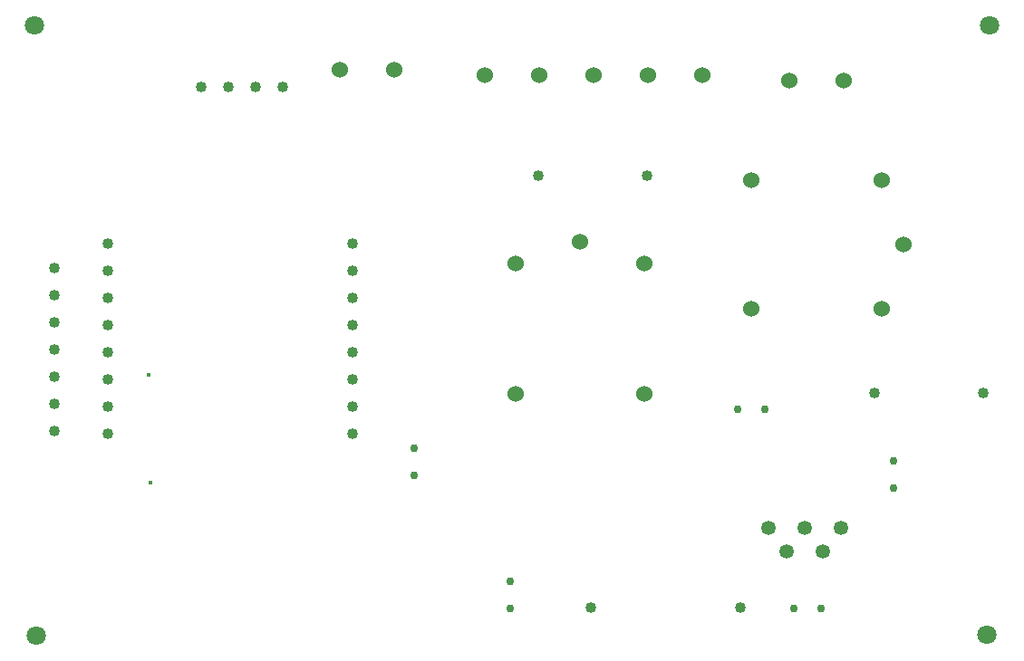
<source format=gbr>
G04 PROTEUS GERBER X2 FILE*
%TF.GenerationSoftware,Labcenter,Proteus,8.9-SP2-Build28501*%
%TF.CreationDate,2023-07-27T06:52:36+00:00*%
%TF.FileFunction,Plated,1,2,PTH*%
%TF.FilePolarity,Positive*%
%TF.Part,Single*%
%TF.SameCoordinates,{a6dc1c72-05ea-40b1-9d21-e55aeb3cbc9d}*%
%FSLAX45Y45*%
%MOMM*%
G01*
%TA.AperFunction,ViaDrill*%
%ADD50C,0.381000*%
%TA.AperFunction,ComponentDrill*%
%ADD51C,1.016000*%
%TA.AperFunction,ComponentDrill*%
%ADD52C,1.524000*%
%TA.AperFunction,ComponentDrill*%
%ADD53C,0.762000*%
%TA.AperFunction,ComponentDrill*%
%ADD54C,1.346200*%
%TA.AperFunction,OtherDrill,Unknown*%
%ADD55C,1.800000*%
%TD.AperFunction*%
D50*
X+1387466Y-4576600D03*
X+1370533Y-3569067D03*
D51*
X+990000Y-2340000D03*
X+990000Y-2594000D03*
X+990000Y-2848000D03*
X+990000Y-3102000D03*
X+990000Y-3356000D03*
X+990000Y-3610000D03*
X+990000Y-3864000D03*
X+990000Y-4118000D03*
X+3276000Y-2340000D03*
X+3276000Y-2594000D03*
X+3276000Y-2848000D03*
X+3276000Y-3102000D03*
X+3276000Y-3356000D03*
X+3276000Y-3610000D03*
X+3276000Y-3864000D03*
X+3276000Y-4118000D03*
D52*
X+8220000Y-2950000D03*
X+8220000Y-1750000D03*
X+8420000Y-2350000D03*
X+7000000Y-2950000D03*
X+7000000Y-1750000D03*
X+4514000Y-770000D03*
X+5022000Y-770000D03*
X+5530000Y-770000D03*
X+6038000Y-770000D03*
X+6546000Y-770000D03*
D53*
X+7654000Y-5760000D03*
X+7400000Y-5760000D03*
D54*
X+7840000Y-5000000D03*
X+7670000Y-5220000D03*
X+7500000Y-5000000D03*
X+7330000Y-5220000D03*
X+7160000Y-5000000D03*
D53*
X+7124000Y-3890000D03*
X+6870000Y-3890000D03*
X+4750000Y-5754000D03*
X+4750000Y-5500000D03*
X+3849302Y-4260000D03*
X+3849302Y-4514000D03*
D51*
X+5500000Y-5750000D03*
X+6897000Y-5750000D03*
X+8154000Y-3740000D03*
X+9170000Y-3740000D03*
D53*
X+8330000Y-4380000D03*
X+8330000Y-4634000D03*
D52*
X+6000000Y-2530000D03*
X+4800000Y-2530000D03*
X+5400000Y-2330000D03*
X+6000000Y-3750000D03*
X+4800000Y-3750000D03*
D51*
X+5014000Y-1710000D03*
X+6030000Y-1710000D03*
X+2624000Y-880000D03*
X+2370000Y-880000D03*
X+2116000Y-880000D03*
X+1862000Y-880000D03*
X+490000Y-4094000D03*
X+490000Y-3840000D03*
X+490000Y-3586000D03*
X+490000Y-3332000D03*
X+490000Y-3078000D03*
X+490000Y-2824000D03*
X+490000Y-2570000D03*
D52*
X+7360000Y-820000D03*
X+7868000Y-820000D03*
X+3160000Y-720000D03*
X+3668000Y-720000D03*
D55*
X+320000Y-6010000D03*
X+300000Y-300000D03*
X+9200000Y-6000000D03*
X+9230000Y-300000D03*
M02*

</source>
